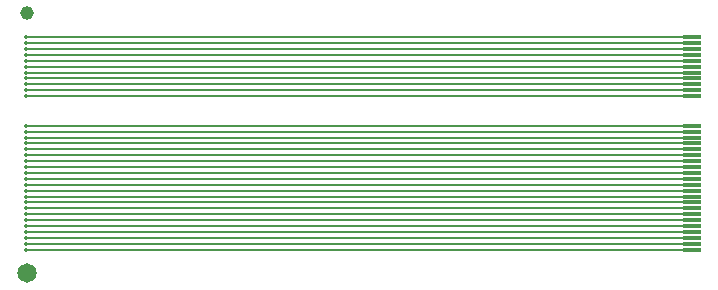
<source format=gbl>
G04*
G04 #@! TF.GenerationSoftware,Altium Limited,Altium Designer,21.7.2 (23)*
G04*
G04 Layer_Physical_Order=4*
G04 Layer_Color=16711680*
%FSLAX25Y25*%
%MOIN*%
G70*
G04*
G04 #@! TF.SameCoordinates,AC63ED2E-E8E0-4B6E-8806-03F55A2ED641*
G04*
G04*
G04 #@! TF.FilePolarity,Positive*
G04*
G01*
G75*
%ADD19R,0.05906X0.01378*%
%ADD26C,0.00753*%
%ADD27C,0.06496*%
%ADD28C,0.04528*%
%ADD29C,0.01378*%
D19*
X452362Y287402D02*
D03*
Y281496D02*
D03*
Y277559D02*
D03*
Y279528D02*
D03*
Y285433D02*
D03*
Y283465D02*
D03*
Y273622D02*
D03*
Y271654D02*
D03*
Y269685D02*
D03*
Y275590D02*
D03*
Y289370D02*
D03*
Y291339D02*
D03*
Y293307D02*
D03*
Y295276D02*
D03*
Y297244D02*
D03*
Y299213D02*
D03*
Y307087D02*
D03*
Y309055D02*
D03*
Y305118D02*
D03*
Y303150D02*
D03*
Y311024D02*
D03*
Y301181D02*
D03*
Y322835D02*
D03*
Y324803D02*
D03*
Y326772D02*
D03*
Y328740D02*
D03*
Y330709D02*
D03*
Y332677D02*
D03*
Y334646D02*
D03*
Y336614D02*
D03*
Y338583D02*
D03*
Y340551D02*
D03*
Y320866D02*
D03*
D26*
X230315Y311024D02*
X452362D01*
X230315Y309055D02*
X452362D01*
X230315Y307087D02*
X452362D01*
X230315Y305118D02*
X452362D01*
X230315Y303150D02*
X452362D01*
X230315Y301181D02*
X452362D01*
X230315Y299213D02*
X452362D01*
X230315Y297244D02*
X452362D01*
X230315Y295276D02*
X452362D01*
X230315Y293307D02*
X452362D01*
X230315Y291339D02*
X452362D01*
X230315Y269685D02*
X452362D01*
X449033Y271654D02*
X452362D01*
X449033Y271654D02*
X449033Y271654D01*
X230315Y271654D02*
X449033D01*
X230315Y273622D02*
X452362D01*
X230315Y275590D02*
X452362D01*
X449033Y277559D02*
X452362D01*
X449033Y277559D02*
X449033Y277559D01*
X230315Y277559D02*
X449033D01*
X230315Y279528D02*
X452362D01*
X449033Y281496D02*
X452362D01*
X449033Y281496D02*
X449033Y281496D01*
X230315Y281496D02*
X449033D01*
X230315Y283465D02*
X452362D01*
X230315Y285433D02*
X452362D01*
X449033Y287402D02*
X452362D01*
X449033Y287402D02*
X449033Y287402D01*
X230315Y287402D02*
X449033D01*
X230315Y289370D02*
X452362D01*
X230315Y340551D02*
X452362D01*
X230315Y338583D02*
X452362D01*
X230315Y336614D02*
X452362D01*
X230315Y334646D02*
X452362D01*
X230315Y332677D02*
X452362D01*
X230315Y320866D02*
X452362D01*
X230315Y322835D02*
X452362D01*
X230315Y324803D02*
X452362D01*
X230315Y326772D02*
X452362D01*
X230315Y328740D02*
X452362D01*
X230315Y330709D02*
X452362D01*
D27*
X230669Y261811D02*
D03*
D28*
Y348425D02*
D03*
D29*
X230315Y311024D02*
D03*
Y309055D02*
D03*
Y307087D02*
D03*
Y305118D02*
D03*
Y303150D02*
D03*
Y301181D02*
D03*
Y299213D02*
D03*
Y297244D02*
D03*
Y295276D02*
D03*
Y293307D02*
D03*
Y291339D02*
D03*
Y269685D02*
D03*
Y271654D02*
D03*
Y273622D02*
D03*
Y275590D02*
D03*
Y277559D02*
D03*
Y279528D02*
D03*
Y281496D02*
D03*
Y283465D02*
D03*
Y285433D02*
D03*
Y287402D02*
D03*
Y289370D02*
D03*
Y340551D02*
D03*
Y338583D02*
D03*
Y336614D02*
D03*
Y334646D02*
D03*
Y332677D02*
D03*
Y330709D02*
D03*
Y328740D02*
D03*
Y326772D02*
D03*
Y324803D02*
D03*
Y322835D02*
D03*
Y320866D02*
D03*
M02*

</source>
